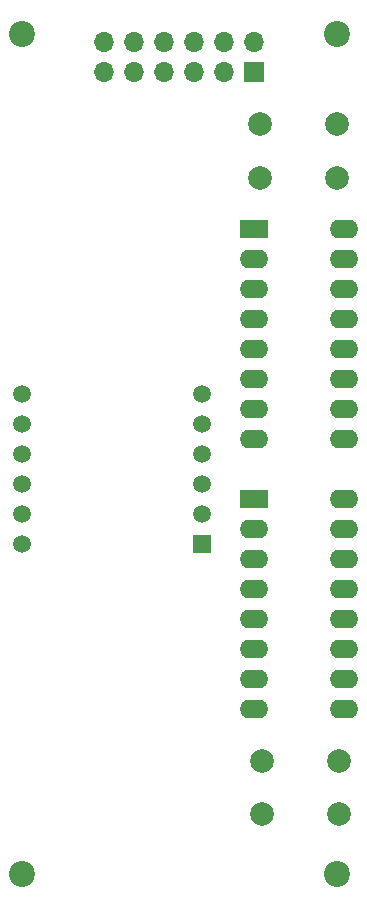
<source format=gts>
G04 #@! TF.GenerationSoftware,KiCad,Pcbnew,7.0.9-7.0.9~ubuntu20.04.1*
G04 #@! TF.CreationDate,2023-12-20T18:48:11+01:00*
G04 #@! TF.ProjectId,kicad-pmod_7seg,6b696361-642d-4706-9d6f-645f37736567,1.0*
G04 #@! TF.SameCoordinates,Original*
G04 #@! TF.FileFunction,Soldermask,Top*
G04 #@! TF.FilePolarity,Negative*
%FSLAX46Y46*%
G04 Gerber Fmt 4.6, Leading zero omitted, Abs format (unit mm)*
G04 Created by KiCad (PCBNEW 7.0.9-7.0.9~ubuntu20.04.1) date 2023-12-20 18:48:11*
%MOMM*%
%LPD*%
G01*
G04 APERTURE LIST*
%ADD10C,2.200000*%
%ADD11R,1.700000X1.700000*%
%ADD12O,1.700000X1.700000*%
%ADD13R,2.400000X1.600000*%
%ADD14O,2.400000X1.600000*%
%ADD15R,1.500000X1.500000*%
%ADD16C,1.500000*%
%ADD17C,2.000000*%
G04 APERTURE END LIST*
D10*
X120015000Y-47625000D03*
X146685000Y-118745000D03*
D11*
X139700000Y-50800000D03*
D12*
X139700000Y-48260000D03*
X137160000Y-50800000D03*
X137160000Y-48260000D03*
X134620000Y-50800000D03*
X134620000Y-48260000D03*
X132080000Y-50800000D03*
X132080000Y-48260000D03*
X129540000Y-50800000D03*
X129540000Y-48260000D03*
X127000000Y-50800000D03*
X127000000Y-48260000D03*
D13*
X139700000Y-64135000D03*
D14*
X139700000Y-66675000D03*
X139700000Y-69215000D03*
X139700000Y-71755000D03*
X139700000Y-74295000D03*
X139700000Y-76835000D03*
X139700000Y-79375000D03*
X139700000Y-81915000D03*
X147320000Y-81915000D03*
X147320000Y-79375000D03*
X147320000Y-76835000D03*
X147320000Y-74295000D03*
X147320000Y-71755000D03*
X147320000Y-69215000D03*
X147320000Y-66675000D03*
X147320000Y-64135000D03*
D15*
X135255000Y-90805000D03*
D16*
X135255000Y-88265000D03*
X135255000Y-85725000D03*
X135255000Y-83185000D03*
X135255000Y-80645000D03*
X135255000Y-78105000D03*
X120015000Y-78105000D03*
X120015000Y-80645000D03*
X120015000Y-83185000D03*
X120015000Y-85725000D03*
X120015000Y-88265000D03*
X120015000Y-90805000D03*
D17*
X140185000Y-55245000D03*
X146685000Y-55245000D03*
X140185000Y-59745000D03*
X146685000Y-59745000D03*
X146835000Y-113665000D03*
X140335000Y-113665000D03*
X146835000Y-109165000D03*
X140335000Y-109165000D03*
D10*
X120015000Y-118745000D03*
D13*
X139700000Y-86995000D03*
D14*
X139700000Y-89535000D03*
X139700000Y-92075000D03*
X139700000Y-94615000D03*
X139700000Y-97155000D03*
X139700000Y-99695000D03*
X139700000Y-102235000D03*
X139700000Y-104775000D03*
X147320000Y-104775000D03*
X147320000Y-102235000D03*
X147320000Y-99695000D03*
X147320000Y-97155000D03*
X147320000Y-94615000D03*
X147320000Y-92075000D03*
X147320000Y-89535000D03*
X147320000Y-86995000D03*
D10*
X146685000Y-47625000D03*
M02*

</source>
